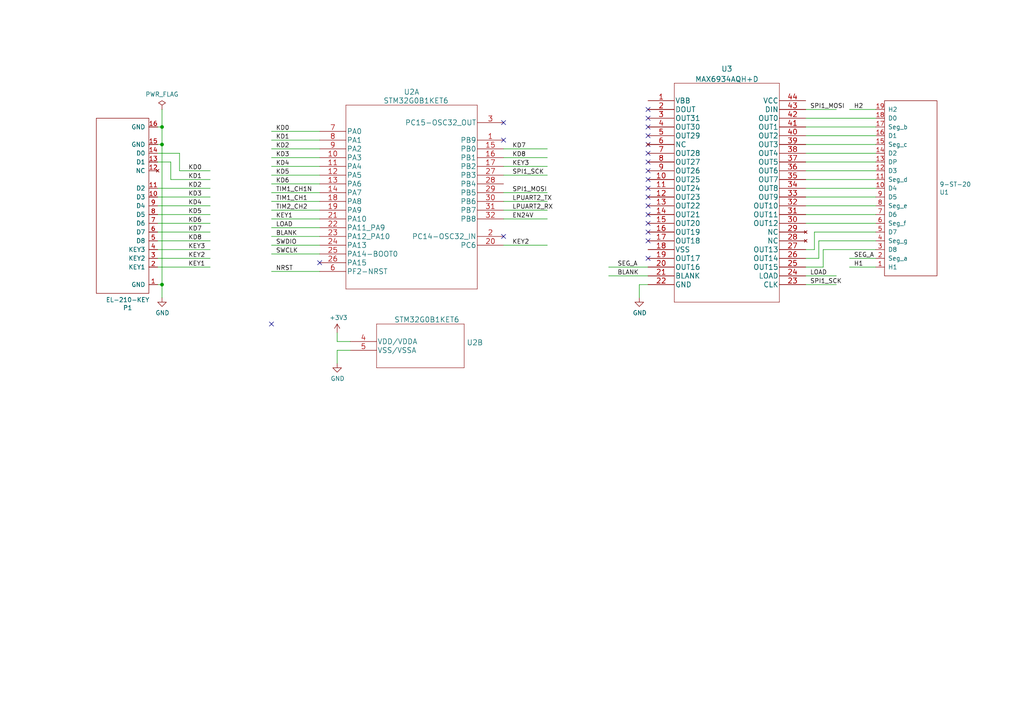
<source format=kicad_sch>
(kicad_sch (version 20211123) (generator eeschema)
  (paper "A4")
  (title_block (title "Akashi-10") (date "2022-06-07") (rev "1.0"))
  (lib_symbols
    (symbol "9-ST-20:9-ST-20" (pin_names (offset 1.016))
      (property "Reference" "U" (at 6.35 3.81 0))
      (property "Value" "9-ST-20" (at 7.62 -49.53 0))
      (symbol "9-ST-20_0_1"
        (rectangle (start 15.24 -48.26) (end 0 2.54))
      )
      (symbol "9-ST-20_1_1"
        (pin passive line (at -2.54 0 0) (length 2.54) (name "H1") (number "1"))
        (pin passive line (at -2.54 -22.86 0) (length 2.54) (name "D4") (number "10"))
        (pin passive line (at -2.54 -25.4 0) (length 2.54) (name "Seg_d") (number "11"))
        (pin passive line (at -2.54 -27.94 0) (length 2.54) (name "D3") (number "12"))
        (pin passive line (at -2.54 -30.48 0) (length 2.54) (name "DP") (number "13"))
        (pin passive line (at -2.54 -33.02 0) (length 2.54) (name "D2") (number "14"))
        (pin passive line (at -2.54 -35.56 0) (length 2.54) (name "Seg_c") (number "15"))
        (pin passive line (at -2.54 -38.1 0) (length 2.54) (name "D1") (number "16"))
        (pin passive line (at -2.54 -40.64 0) (length 2.54) (name "Seg_b") (number "17"))
        (pin passive line (at -2.54 -43.18 0) (length 2.54) (name "D0") (number "18"))
        (pin passive line (at -2.54 -45.72 0) (length 2.54) (name "H2") (number "19"))
        (pin passive line (at -2.54 -2.54 0) (length 2.54) (name "Seg_a") (number "2"))
        (pin passive line (at -2.54 -5.08 0) (length 2.54) (name "D8") (number "3"))
        (pin passive line (at -2.54 -7.62 0) (length 2.54) (name "Seg_g") (number "4"))
        (pin passive line (at -2.54 -10.16 0) (length 2.54) (name "D7") (number "5"))
        (pin passive line (at -2.54 -12.7 0) (length 2.54) (name "Seg_f") (number "6"))
        (pin passive line (at -2.54 -15.24 0) (length 2.54) (name "D6") (number "7"))
        (pin passive line (at -2.54 -17.78 0) (length 2.54) (name "Seg_e") (number "8"))
        (pin passive line (at -2.54 -20.32 0) (length 2.54) (name "D5") (number "9"))
      )
    )
    (symbol "EL-210-KEY:EL-210-KEY" (pin_names (offset 1.016))
      (property "Reference" "P" (at 10.16 3.81 0))
      (property "Value" "EL-210-KEY" (at 10.16 -49.53 0))
      (symbol "EL-210-KEY_0_1"
        (rectangle (start 2.54 2.54) (end 17.78 -48.26))
      )
      (symbol "EL-210-KEY_1_1"
        (pin power_in line (at 0 0 0) (length 2.54) (name "GND") (number "1"))
        (pin input line (at 0 -25.4 0) (length 2.54) (name "D3") (number "10"))
        (pin input line (at 0 -27.94 0) (length 2.54) (name "D2") (number "11"))
        (pin no_connect line (at 0 -33.02 0) (length 2.54) (name "NC") (number "12"))
        (pin input line (at 0 -35.56 0) (length 2.54) (name "D1") (number "13"))
        (pin input line (at 0 -38.1 0) (length 2.54) (name "D0") (number "14"))
        (pin power_in line (at 0 -40.64 0) (length 2.54) (name "GND") (number "15"))
        (pin power_in line (at 0 -45.72 0) (length 2.54) (name "GND") (number "16"))
        (pin output line (at 0 -5.08 0) (length 2.54) (name "KEY1") (number "2"))
        (pin output line (at 0 -7.62 0) (length 2.54) (name "KEY2") (number "3"))
        (pin output line (at 0 -10.16 0) (length 2.54) (name "KEY3") (number "4"))
        (pin input line (at 0 -12.7 0) (length 2.54) (name "D8") (number "5"))
        (pin input line (at 0 -15.24 0) (length 2.54) (name "D7") (number "6"))
        (pin input line (at 0 -17.78 0) (length 2.54) (name "D6") (number "7"))
        (pin input line (at 0 -20.32 0) (length 2.54) (name "D5") (number "8"))
        (pin input line (at 0 -22.86 0) (length 2.54) (name "D4") (number "9"))
      )
    )
    (symbol "MAX6934A:MAX6934AQH+D" (pin_names (offset 0.254))
      (property "Reference" "U" (at 22.86 10.16 0))
      (property "Value" "MAX6934AQH+D" (at 22.86 7.62 0))
      (symbol "MAX6934AQH+D_1_1"
        (polyline (pts (xy 7.62 -58.42) (xy 38.1 -58.42)) (stroke (width 0.127)))
        (polyline (pts (xy 7.62 5.08) (xy 7.62 -58.42)) (stroke (width 0.127)))
        (polyline (pts (xy 38.1 -58.42) (xy 38.1 5.08)) (stroke (width 0.127)))
        (polyline (pts (xy 38.1 5.08) (xy 7.62 5.08)) (stroke (width 0.127)))
        (pin power_in line (at 0 0 0) (length 7.62) (name "VBB") (number "1"))
        (pin output line (at 0 -22.86 0) (length 7.62) (name "OUT25") (number "10"))
        (pin output line (at 0 -25.4 0) (length 7.62) (name "OUT24") (number "11"))
        (pin output line (at 0 -27.94 0) (length 7.62) (name "OUT23") (number "12"))
        (pin output line (at 0 -30.48 0) (length 7.62) (name "OUT22") (number "13"))
        (pin output line (at 0 -33.02 0) (length 7.62) (name "OUT21") (number "14"))
        (pin output line (at 0 -35.56 0) (length 7.62) (name "OUT20") (number "15"))
        (pin output line (at 0 -38.1 0) (length 7.62) (name "OUT19") (number "16"))
        (pin output line (at 0 -40.64 0) (length 7.62) (name "OUT18") (number "17"))
        (pin power_in line (at 0 -43.18 0) (length 7.62) (name "VSS") (number "18"))
        (pin output line (at 0 -45.72 0) (length 7.62) (name "OUT17") (number "19"))
        (pin output line (at 0 -2.54 0) (length 7.62) (name "DOUT") (number "2"))
        (pin output line (at 0 -48.26 0) (length 7.62) (name "OUT16") (number "20"))
        (pin input line (at 0 -50.8 0) (length 7.62) (name "BLANK") (number "21"))
        (pin power_in line (at 0 -53.34 0) (length 7.62) (name "GND") (number "22"))
        (pin input line (at 45.72 -53.34 180) (length 7.62) (name "CLK") (number "23"))
        (pin input line (at 45.72 -50.8 180) (length 7.62) (name "LOAD") (number "24"))
        (pin output line (at 45.72 -48.26 180) (length 7.62) (name "OUT15") (number "25"))
        (pin output line (at 45.72 -45.72 180) (length 7.62) (name "OUT14") (number "26"))
        (pin output line (at 45.72 -43.18 180) (length 7.62) (name "OUT13") (number "27"))
        (pin no_connect line (at 45.72 -40.64 180) (length 7.62) (name "NC") (number "28"))
        (pin no_connect line (at 45.72 -38.1 180) (length 7.62) (name "NC") (number "29"))
        (pin output line (at 0 -5.08 0) (length 7.62) (name "OUT31") (number "3"))
        (pin output line (at 45.72 -35.56 180) (length 7.62) (name "OUT12") (number "30"))
        (pin output line (at 45.72 -33.02 180) (length 7.62) (name "OUT11") (number "31"))
        (pin output line (at 45.72 -30.48 180) (length 7.62) (name "OUT10") (number "32"))
        (pin output line (at 45.72 -27.94 180) (length 7.62) (name "OUT9") (number "33"))
        (pin output line (at 45.72 -25.4 180) (length 7.62) (name "OUT8") (number "34"))
        (pin output line (at 45.72 -22.86 180) (length 7.62) (name "OUT7") (number "35"))
        (pin output line (at 45.72 -20.32 180) (length 7.62) (name "OUT6") (number "36"))
        (pin output line (at 45.72 -17.78 180) (length 7.62) (name "OUT5") (number "37"))
        (pin output line (at 45.72 -15.24 180) (length 7.62) (name "OUT4") (number "38"))
        (pin output line (at 45.72 -12.7 180) (length 7.62) (name "OUT3") (number "39"))
        (pin output line (at 0 -7.62 0) (length 7.62) (name "OUT30") (number "4"))
        (pin output line (at 45.72 -10.16 180) (length 7.62) (name "OUT2") (number "40"))
        (pin output line (at 45.72 -7.62 180) (length 7.62) (name "OUT1") (number "41"))
        (pin output line (at 45.72 -5.08 180) (length 7.62) (name "OUT0") (number "42"))
        (pin input line (at 45.72 -2.54 180) (length 7.62) (name "DIN") (number "43"))
        (pin power_in line (at 45.72 0 180) (length 7.62) (name "VCC") (number "44"))
        (pin output line (at 0 -10.16 0) (length 7.62) (name "OUT29") (number "5"))
        (pin no_connect line (at 0 -12.7 0) (length 7.62) (name "NC") (number "6"))
        (pin output line (at 0 -15.24 0) (length 7.62) (name "OUT28") (number "7"))
        (pin output line (at 0 -17.78 0) (length 7.62) (name "OUT27") (number "8"))
        (pin output line (at 0 -20.32 0) (length 7.62) (name "OUT26") (number "9"))
      )
    )
    (symbol "STM32G0B1KET6:STM32G0B1KET6" (pin_names (offset 0.254))
      (property "Reference" "U" (at 38.1 12.7 0))
      (property "Value" "STM32G0B1KET6" (at 38.1 10.16 0))
      (symbol "STM32G0B1KET6_1_1"
        (polyline (pts (xy 7.62 -45.72) (xy 68.58 -45.72)) (stroke (width 0.127)))
        (polyline (pts (xy 7.62 7.62) (xy 7.62 -45.72)) (stroke (width 0.127)))
        (polyline (pts (xy 68.58 -45.72) (xy 68.58 7.62)) (stroke (width 0.127)))
        (polyline (pts (xy 68.58 7.62) (xy 7.62 7.62)) (stroke (width 0.127)))
        (pin bidirectional line (at 76.2 -2.54 180) (length 7.62) (name "PB9") (number "1"))
        (pin bidirectional line (at 0 -7.62 0) (length 7.62) (name "PA3") (number "10"))
        (pin bidirectional line (at 0 -10.16 0) (length 7.62) (name "PA4") (number "11"))
        (pin bidirectional line (at 0 -12.7 0) (length 7.62) (name "PA5") (number "12"))
        (pin bidirectional line (at 0 -15.24 0) (length 7.62) (name "PA6") (number "13"))
        (pin bidirectional line (at 0 -17.78 0) (length 7.62) (name "PA7") (number "14"))
        (pin bidirectional line (at 76.2 -5.08 180) (length 7.62) (name "PB0") (number "15"))
        (pin bidirectional line (at 76.2 -7.62 180) (length 7.62) (name "PB1") (number "16"))
        (pin bidirectional line (at 76.2 -10.16 180) (length 7.62) (name "PB2") (number "17"))
        (pin bidirectional line (at 0 -20.32 0) (length 7.62) (name "PA8") (number "18"))
        (pin bidirectional line (at 0 -22.86 0) (length 7.62) (name "PA9") (number "19"))
        (pin bidirectional line (at 76.2 -30.48 180) (length 7.62) (name "PC14-OSC32_IN") (number "2"))
        (pin bidirectional line (at 76.2 -33.02 180) (length 7.62) (name "PC6") (number "20"))
        (pin bidirectional line (at 0 -25.4 0) (length 7.62) (name "PA10") (number "21"))
        (pin bidirectional line (at 0 -27.94 0) (length 7.62) (name "PA11_PA9") (number "22"))
        (pin bidirectional line (at 0 -30.48 0) (length 7.62) (name "PA12_PA10") (number "23"))
        (pin bidirectional line (at 0 -33.02 0) (length 7.62) (name "PA13") (number "24"))
        (pin bidirectional line (at 0 -35.56 0) (length 7.62) (name "PA14-BOOT0") (number "25"))
        (pin bidirectional line (at 0 -38.1 0) (length 7.62) (name "PA15") (number "26"))
        (pin bidirectional line (at 76.2 -12.7 180) (length 7.62) (name "PB3") (number "27"))
        (pin bidirectional line (at 76.2 -15.24 180) (length 7.62) (name "PB4") (number "28"))
        (pin bidirectional line (at 76.2 -17.78 180) (length 7.62) (name "PB5") (number "29"))
        (pin output line (at 76.2 2.54 180) (length 7.62) (name "PC15-OSC32_OUT") (number "3"))
        (pin bidirectional line (at 76.2 -20.32 180) (length 7.62) (name "PB6") (number "30"))
        (pin bidirectional line (at 76.2 -22.86 180) (length 7.62) (name "PB7") (number "31"))
        (pin bidirectional line (at 76.2 -25.4 180) (length 7.62) (name "PB8") (number "32"))
        (pin passive line (at 0 -40.64 0) (length 7.62) (name "PF2-NRST") (number "6"))
        (pin bidirectional line (at 0 0 0) (length 7.62) (name "PA0") (number "7"))
        (pin bidirectional line (at 0 -2.54 0) (length 7.62) (name "PA1") (number "8"))
        (pin bidirectional line (at 0 -5.08 0) (length 7.62) (name "PA2") (number "9"))
      )
      (symbol "STM32G0B1KET6_2_1"
        (polyline (pts (xy 7.62 -7.62) (xy 33.02 -7.62)) (stroke (width 0.127)))
        (polyline (pts (xy 7.62 5.08) (xy 7.62 -7.62)) (stroke (width 0.127)))
        (polyline (pts (xy 33.02 -7.62) (xy 33.02 5.08)) (stroke (width 0.127)))
        (polyline (pts (xy 33.02 5.08) (xy 7.62 5.08)) (stroke (width 0.127)))
        (pin power_in line (at 0 0 0) (length 7.62) (name "VDD/VDDA") (number "4"))
        (pin power_in line (at 0 -2.54 0) (length 7.62) (name "VSS/VSSA") (number "5"))
      )
    )
    (symbol "STM32G0B1KET6_1" (pin_names (offset 0.254))
      (property "Reference" "U" (at 26.67 12.7 0))
      (property "Value" "STM32G0B1KET6_1" (at 26.67 10.16 0))
      (symbol "STM32G0B1KET6_1_0_1"
        (polyline (pts (xy 7.62 7.62) (xy 45.72 7.62)) (stroke (width 0.127)))
        (polyline (pts (xy 45.72 -45.72) (xy 7.62 -45.72)) (stroke (width 0.127)))
      )
      (symbol "STM32G0B1KET6_1_1_1"
        (polyline (pts (xy 7.62 7.62) (xy 7.62 -45.72)) (stroke (width 0.127)))
        (polyline (pts (xy 45.72 -45.72) (xy 45.72 7.62)) (stroke (width 0.127)))
        (pin bidirectional line (at 53.34 -2.54 180) (length 7.62) (name "PB9") (number "1"))
        (pin bidirectional line (at 0 -7.62 0) (length 7.62) (name "PA3") (number "10"))
        (pin bidirectional line (at 0 -10.16 0) (length 7.62) (name "PA4") (number "11"))
        (pin bidirectional line (at 0 -12.7 0) (length 7.62) (name "PA5") (number "12"))
        (pin bidirectional line (at 0 -15.24 0) (length 7.62) (name "PA6") (number "13"))
        (pin bidirectional line (at 0 -17.78 0) (length 7.62) (name "PA7") (number "14"))
        (pin bidirectional line (at 53.34 -5.08 180) (length 7.62) (name "PB0") (number "15"))
        (pin bidirectional line (at 53.34 -7.62 180) (length 7.62) (name "PB1") (number "16"))
        (pin bidirectional line (at 53.34 -10.16 180) (length 7.62) (name "PB2") (number "17"))
        (pin bidirectional line (at 0 -20.32 0) (length 7.62) (name "PA8") (number "18"))
        (pin bidirectional line (at 0 -22.86 0) (length 7.62) (name "PA9") (number "19"))
        (pin bidirectional line (at 53.34 -30.48 180) (length 7.62) (name "PC14-OSC32_IN") (number "2"))
        (pin bidirectional line (at 53.34 -33.02 180) (length 7.62) (name "PC6") (number "20"))
        (pin bidirectional line (at 0 -25.4 0) (length 7.62) (name "PA10") (number "21"))
        (pin bidirectional line (at 0 -27.94 0) (length 7.62) (name "PA11_PA9") (number "22"))
        (pin bidirectional line (at 0 -30.48 0) (length 7.62) (name "PA12_PA10") (number "23"))
        (pin bidirectional line (at 0 -33.02 0) (length 7.62) (name "PA13") (number "24"))
        (pin bidirectional line (at 0 -35.56 0) (length 7.62) (name "PA14-BOOT0") (number "25"))
        (pin bidirectional line (at 0 -38.1 0) (length 7.62) (name "PA15") (number "26"))
        (pin bidirectional line (at 53.34 -12.7 180) (length 7.62) (name "PB3") (number "27"))
        (pin bidirectional line (at 53.34 -15.24 180) (length 7.62) (name "PB4") (number "28"))
        (pin bidirectional line (at 53.34 -17.78 180) (length 7.62) (name "PB5") (number "29"))
        (pin output line (at 53.34 2.54 180) (length 7.62) (name "PC15-OSC32_OUT") (number "3"))
        (pin bidirectional line (at 53.34 -20.32 180) (length 7.62) (name "PB6") (number "30"))
        (pin bidirectional line (at 53.34 -22.86 180) (length 7.62) (name "PB7") (number "31"))
        (pin bidirectional line (at 53.34 -25.4 180) (length 7.62) (name "PB8") (number "32"))
        (pin passive line (at 0 -40.64 0) (length 7.62) (name "PF2-NRST") (number "6"))
        (pin bidirectional line (at 0 0 0) (length 7.62) (name "PA0") (number "7"))
        (pin bidirectional line (at 0 -2.54 0) (length 7.62) (name "PA1") (number "8"))
        (pin bidirectional line (at 0 -5.08 0) (length 7.62) (name "PA2") (number "9"))
      )
      (symbol "STM32G0B1KET6_1_2_1"
        (polyline (pts (xy 7.62 -7.62) (xy 33.02 -7.62)) (stroke (width 0.127)))
        (polyline (pts (xy 7.62 5.08) (xy 7.62 -7.62)) (stroke (width 0.127)))
        (polyline (pts (xy 33.02 -7.62) (xy 33.02 5.08)) (stroke (width 0.127)))
        (polyline (pts (xy 33.02 5.08) (xy 7.62 5.08)) (stroke (width 0.127)))
        (pin power_in line (at 0 0 0) (length 7.62) (name "VDD/VDDA") (number "4"))
        (pin power_in line (at 0 -2.54 0) (length 7.62) (name "VSS/VSSA") (number "5"))
      )
    )
    (symbol "power:+3.3V" (power) (pin_names (offset 0))
      (property "Value" "+3.3V" (at 0 3.556 0))
      (symbol "+3.3V_0_1"
        (polyline (pts (xy -0.762 1.27) (xy 0 2.54)))
        (polyline (pts (xy 0 0) (xy 0 2.54)))
        (polyline (pts (xy 0 2.54) (xy 0.762 1.27)))
      )
      (symbol "+3.3V_1_1"
        (pin power_in line (at 0 0 90) (length 0) hide (name "+3V3") (number "1"))
      )
    )
    (symbol "power:GND" (power) (pin_names (offset 0))
      (property "Value" "GND" (at 0 -3.81 0))
      (symbol "GND_0_1"
        (polyline (pts (xy 0 0) (xy 0 -1.27) (xy 1.27 -1.27) (xy 0 -2.54) (xy -1.27 -1.27) (xy 0 -1.27)))
      )
      (symbol "GND_1_1"
        (pin power_in line (at 0 0 270) (length 0) hide (name "GND") (number "1"))
      )
    )
    (symbol "power:PWR_FLAG" (power) (pin_numbers hide) (pin_names (offset 0) hide)
      (property "Value" "PWR_FLAG" (at 0 3.81 0))
      (symbol "PWR_FLAG_0_0"
        (pin power_out line (at 0 0 90) (length 0) (name "pwr") (number "1"))
      )
      (symbol "PWR_FLAG_0_1"
        (polyline (pts (xy 0 0) (xy 0 1.27) (xy -1.016 1.905) (xy 0 2.54) (xy 1.016 1.905) (xy 0 1.27)))
      )
    )
  )
  (junction (at 46.99 41.91))
  (junction (at 46.99 82.55))
  (junction (at 46.99 36.83))
  (no_connect (at 187.96 31.75))
  (no_connect (at 187.96 34.29))
  (no_connect (at 187.96 36.83))
  (no_connect (at 187.96 39.37))
  (no_connect (at 187.96 67.31))
  (no_connect (at 187.96 69.85))
  (no_connect (at 187.96 74.93))
  (no_connect (at 187.96 41.91))
  (no_connect (at 187.96 44.45))
  (no_connect (at 187.96 46.99))
  (no_connect (at 187.96 49.53))
  (no_connect (at 187.96 52.07))
  (no_connect (at 187.96 54.61))
  (no_connect (at 187.96 57.15))
  (no_connect (at 187.96 59.69))
  (no_connect (at 187.96 62.23))
  (no_connect (at 187.96 64.77))
  (no_connect (at 146.05 35.56))
  (no_connect (at 92.71 76.2))
  (no_connect (at 78.74 93.98))
  (no_connect (at 146.05 40.64))
  (no_connect (at 146.05 68.58))
  (wire (pts (xy 254 74.93) (xy 246.38 74.93)))
  (wire (pts (xy 238.76 77.47) (xy 233.68 77.47)))
  (wire (pts (xy 78.74 58.42) (xy 92.71 58.42)))
  (wire (pts (xy 45.72 36.83) (xy 46.99 36.83)))
  (wire (pts (xy 46.99 86.36) (xy 46.99 82.55)))
  (wire (pts (xy 101.6 99.06) (xy 97.79 99.06)))
  (wire (pts (xy 45.72 74.93) (xy 60.96 74.93)))
  (wire (pts (xy 146.05 60.96) (xy 158.75 60.96)))
  (wire (pts (xy 238.76 72.39) (xy 238.76 77.47)))
  (wire (pts (xy 97.79 101.6) (xy 101.6 101.6)))
  (wire (pts (xy 45.72 44.45) (xy 52.07 44.45)))
  (wire (pts (xy 45.72 77.47) (xy 60.96 77.47)))
  (wire (pts (xy 254 59.69) (xy 233.68 59.69)))
  (wire (pts (xy 233.68 46.99) (xy 254 46.99)))
  (wire (pts (xy 78.74 60.96) (xy 92.71 60.96)))
  (wire (pts (xy 46.99 82.55) (xy 46.99 41.91)))
  (wire (pts (xy 78.74 63.5) (xy 92.71 63.5)))
  (wire (pts (xy 233.68 57.15) (xy 254 57.15)))
  (wire (pts (xy 146.05 43.18) (xy 158.75 43.18)))
  (wire (pts (xy 233.68 80.01) (xy 242.57 80.01)))
  (wire (pts (xy 146.05 63.5) (xy 158.75 63.5)))
  (wire (pts (xy 46.99 41.91) (xy 46.99 36.83)))
  (wire (pts (xy 233.68 52.07) (xy 254 52.07)))
  (wire (pts (xy 49.53 52.07) (xy 60.96 52.07)))
  (wire (pts (xy 246.38 77.47) (xy 254 77.47)))
  (wire (pts (xy 45.72 69.85) (xy 60.96 69.85)))
  (wire (pts (xy 45.72 82.55) (xy 46.99 82.55)))
  (wire (pts (xy 236.22 67.31) (xy 236.22 72.39)))
  (wire (pts (xy 60.96 64.77) (xy 45.72 64.77)))
  (wire (pts (xy 233.68 82.55) (xy 242.57 82.55)))
  (wire (pts (xy 146.05 55.88) (xy 158.75 55.88)))
  (wire (pts (xy 176.53 77.47) (xy 187.96 77.47)))
  (wire (pts (xy 233.68 74.93) (xy 237.49 74.93)))
  (wire (pts (xy 78.74 78.74) (xy 92.71 78.74)))
  (wire (pts (xy 146.05 71.12) (xy 158.75 71.12)))
  (wire (pts (xy 254 49.53) (xy 233.68 49.53)))
  (wire (pts (xy 146.05 50.8) (xy 158.75 50.8)))
  (wire (pts (xy 236.22 72.39) (xy 233.68 72.39)))
  (wire (pts (xy 238.76 72.39) (xy 254 72.39)))
  (wire (pts (xy 146.05 45.72) (xy 158.75 45.72)))
  (wire (pts (xy 78.74 50.8) (xy 92.71 50.8)))
  (wire (pts (xy 254 34.29) (xy 233.68 34.29)))
  (wire (pts (xy 49.53 46.99) (xy 49.53 52.07)))
  (wire (pts (xy 78.74 71.12) (xy 92.71 71.12)))
  (wire (pts (xy 176.53 80.01) (xy 187.96 80.01)))
  (wire (pts (xy 52.07 49.53) (xy 60.96 49.53)))
  (wire (pts (xy 237.49 69.85) (xy 237.49 74.93)))
  (wire (pts (xy 185.42 82.55) (xy 187.96 82.55)))
  (wire (pts (xy 78.74 43.18) (xy 92.71 43.18)))
  (wire (pts (xy 60.96 59.69) (xy 45.72 59.69)))
  (wire (pts (xy 236.22 67.31) (xy 254 67.31)))
  (wire (pts (xy 45.72 62.23) (xy 60.96 62.23)))
  (wire (pts (xy 78.74 38.1) (xy 92.71 38.1)))
  (wire (pts (xy 60.96 72.39) (xy 45.72 72.39)))
  (wire (pts (xy 233.68 31.75) (xy 242.57 31.75)))
  (wire (pts (xy 97.79 105.41) (xy 97.79 101.6)))
  (wire (pts (xy 78.74 48.26) (xy 92.71 48.26)))
  (wire (pts (xy 254 64.77) (xy 233.68 64.77)))
  (wire (pts (xy 97.79 99.06) (xy 97.79 96.52)))
  (wire (pts (xy 246.38 31.75) (xy 254 31.75)))
  (wire (pts (xy 233.68 62.23) (xy 254 62.23)))
  (wire (pts (xy 146.05 58.42) (xy 158.75 58.42)))
  (wire (pts (xy 146.05 48.26) (xy 158.75 48.26)))
  (wire (pts (xy 78.74 40.64) (xy 92.71 40.64)))
  (wire (pts (xy 45.72 41.91) (xy 46.99 41.91)))
  (wire (pts (xy 78.74 55.88) (xy 92.71 55.88)))
  (wire (pts (xy 78.74 66.04) (xy 92.71 66.04)))
  (wire (pts (xy 78.74 73.66) (xy 92.71 73.66)))
  (wire (pts (xy 45.72 67.31) (xy 60.96 67.31)))
  (wire (pts (xy 233.68 41.91) (xy 254 41.91)))
  (wire (pts (xy 45.72 57.15) (xy 60.96 57.15)))
  (wire (pts (xy 52.07 44.45) (xy 52.07 49.53)))
  (wire (pts (xy 185.42 86.36) (xy 185.42 82.55)))
  (wire (pts (xy 78.74 53.34) (xy 92.71 53.34)))
  (wire (pts (xy 46.99 36.83) (xy 46.99 31.75)))
  (wire (pts (xy 45.72 46.99) (xy 49.53 46.99)))
  (wire (pts (xy 60.96 54.61) (xy 45.72 54.61)))
  (wire (pts (xy 254 39.37) (xy 233.68 39.37)))
  (wire (pts (xy 237.49 69.85) (xy 254 69.85)))
  (wire (pts (xy 233.68 36.83) (xy 254 36.83)))
  (wire (pts (xy 78.74 45.72) (xy 92.71 45.72)))
  (wire (pts (xy 78.74 68.58) (xy 92.71 68.58)))
  (wire (pts (xy 254 54.61) (xy 233.68 54.61)))
  (wire (pts (xy 254 44.45) (xy 233.68 44.45)))
  (label "KEY2" (at 148.59 71.12 0))
  (label "KEY1" (at 54.61 77.47 0))
  (label "NRST" (at 80.01 78.74 0))
  (label "KD7" (at 148.59 43.18 0))
  (label "LOAD" (at 80.01 66.04 0))
  (label "KD3" (at 54.61 57.15 0))
  (label "BLANK" (at 179.07 80.01 0))
  (label "KEY2" (at 54.61 74.93 0))
  (label "KD0" (at 80.01 38.1 0))
  (label "KD8" (at 148.59 45.72 0))
  (label "KD8" (at 54.61 69.85 0))
  (label "SPI1_SCK" (at 234.95 82.55 0))
  (label "TIM2_CH2" (at 80.01 60.96 0))
  (label "KD2" (at 54.61 54.61 0))
  (label "LPUART2_RX" (at 148.59 60.96 0))
  (label "TIM1_CH1N" (at 80.01 55.88 0))
  (label "KD5" (at 80.01 50.8 0))
  (label "KD4" (at 80.01 48.26 0))
  (label "SWCLK" (at 80.01 73.66 0))
  (label "H1" (at 247.65 77.47 0))
  (label "SPI1_MOSI" (at 234.95 31.75 0))
  (label "KD6" (at 54.61 64.77 0))
  (label "KEY3" (at 148.59 48.26 0))
  (label "KEY1" (at 80.01 63.5 0))
  (label "KD6" (at 80.01 53.34 0))
  (label "TIM1_CH1" (at 80.01 58.42 0))
  (label "KD5" (at 54.61 62.23 0))
  (label "LOAD" (at 234.95 80.01 0))
  (label "BLANK" (at 80.01 68.58 0))
  (label "KD0" (at 54.61 49.53 0))
  (label "LPUART2_TX" (at 148.59 58.42 0))
  (label "SEG_A" (at 179.07 77.47 0))
  (label "KD7" (at 54.61 67.31 0))
  (label "SPI1_SCK" (at 148.59 50.8 0))
  (label "KD3" (at 80.01 45.72 0))
  (label "SEG_A" (at 247.65 74.93 0))
  (label "KD2" (at 80.01 43.18 0))
  (label "SWDIO" (at 80.01 71.12 0))
  (label "SPI1_MOSI" (at 148.59 55.88 0))
  (label "KD1" (at 80.01 40.64 0))
  (label "KD1" (at 54.61 52.07 0))
  (label "KD4" (at 54.61 59.69 0))
  (label "EN24V" (at 148.59 63.5 0))
  (label "KEY3" (at 54.61 72.39 0))
  (label "H2" (at 247.65 31.75 0))
  (symbol (lib_id "EL-210-KEY:EL-210-KEY") (at 45.72 82.55 180) (unit 1)
    (property "Reference" "P1" (at 37.0332 89.281 0))
    (property "Value" "EL-210-KEY" (at 37.0332 86.9696 0))
    (property "Footprint" "EL-210-KEY:EL-210-KEY" (effects hide))
  )
  (symbol (lib_id "9-ST-20:9-ST-20") (at 256.54 77.47 0) (mirror x) (unit 1)
    (property "Reference" "U1" (at 272.4912 55.7784 0) (effects (justify left)))
    (property "Value" "9-ST-20" (at 272.4912 53.467 0) (effects (justify left)))
    (property "Footprint" "9-ST-20:9-ST-20" (effects hide))
  )
  (symbol (lib_id "power:GND") (at 46.99 86.36 0) (unit 1)
    (property "Reference" "#PWR02" (effects hide))
    (property "Value" "GND" (at 47.117 90.7542 0))
  )
  (symbol (lib_id "power:+3.3V") (at 97.79 96.52 0) (unit 1)
    (property "Reference" "#PWR01" (effects hide))
    (property "Value" "+3.3V" (at 98.171 92.1258 0))
  )
  (symbol (lib_id "power:PWR_FLAG") (at 46.99 31.75 0) (unit 1)
    (property "Reference" "#FLG02" (effects hide))
    (property "Value" "PWR_FLAG" (at 46.99 27.3558 0))
  )
  (symbol (lib_id "power:GND") (at 185.42 86.36 0) (unit 1)
    (property "Reference" "#PWR04" (effects hide))
    (property "Value" "GND" (at 185.547 90.7542 0))
  )
  (symbol (lib_id "MAX6934A:MAX6934AQH+D") (at 187.96 29.21 0) (unit 1)
    (property "Reference" "U3" (at 210.82 19.9824 0) (effects (font (size 1.524 1.524))))
    (property "Value" "MAX6934AQH+D" (at 210.82 22.9758 0) (effects (font (size 1.524 1.524))))
    (property "Footprint" "Package_LCC:PLCC-44" (effects hide))
  )
  (symbol (lib_id "power:GND") (at 97.79 105.41 0) (unit 1)
    (property "Reference" "#PWR03" (effects hide))
    (property "Value" "GND" (at 97.917 109.8042 0))
  )
  (symbol (lib_id "STM32G0B1KET6:STM32G0B1KET6") (at 101.6 99.06 0) (unit 2)
    (property "Reference" "U2" (at 135.3185 99.3538 0) (effects (font (size 1.524 1.524)) (justify left)))
    (property "Value" "STM32G0B1KET6" (at 114.3 92.71 0) (effects (font (size 1.524 1.524)) (justify left)))
    (property "Footprint" "Package_QFP:LQFP-32_7x7mm_P0.8mm" (effects hide))
  )
  (symbol (lib_name "STM32G0B1KET6_1") (lib_id "STM32G0B1KET6:STM32G0B1KET6") (at 92.71 38.1 0) (unit 1)
    (property "Reference" "U2" (at 119.38 26.67 0) (effects (font (size 1.524 1.524))))
    (property "Value" "STM32G0B1KET6" (at 120.65 29.21 0) (effects (font (size 1.524 1.524))))
    (property "Footprint" "Package_QFP:LQFP-32_7x7mm_P0.8mm" (effects hide))
  )
)
</source>
